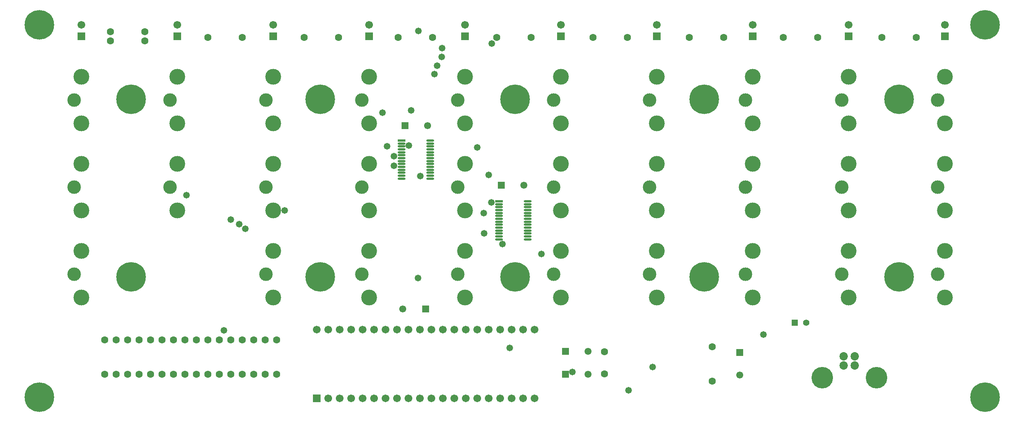
<source format=gts>
%FSLAX23Y23*%
%MOIN*%
G70*
G01*
G75*
%ADD10R,0.059X0.012*%
%ADD11O,0.059X0.012*%
%ADD12C,0.010*%
%ADD13C,0.250*%
%ADD14C,0.110*%
%ADD15C,0.130*%
%ADD16C,0.055*%
%ADD17R,0.059X0.059*%
%ADD18C,0.059*%
%ADD19R,0.053X0.053*%
%ADD20C,0.053*%
%ADD21C,0.047*%
%ADD22R,0.047X0.047*%
%ADD23R,0.059X0.059*%
%ADD24C,0.059*%
%ADD25C,0.065*%
%ADD26C,0.180*%
%ADD27C,0.050*%
%ADD28C,0.008*%
%ADD29C,0.006*%
%ADD30R,0.067X0.020*%
%ADD31O,0.067X0.020*%
%ADD32C,0.258*%
%ADD33C,0.118*%
%ADD34C,0.138*%
%ADD35C,0.063*%
%ADD36R,0.067X0.067*%
%ADD37C,0.067*%
%ADD38R,0.061X0.061*%
%ADD39C,0.061*%
%ADD40C,0.055*%
%ADD41R,0.055X0.055*%
%ADD42R,0.067X0.067*%
%ADD43C,0.067*%
%ADD44C,0.073*%
%ADD45C,0.188*%
%ADD46C,0.058*%
D30*
X4410Y3490D02*
D03*
X5260Y2960D02*
D03*
D31*
X4410Y3464D02*
D03*
Y3439D02*
D03*
Y3413D02*
D03*
Y3388D02*
D03*
Y3362D02*
D03*
Y3336D02*
D03*
Y3311D02*
D03*
Y3285D02*
D03*
Y3260D02*
D03*
Y3234D02*
D03*
Y3209D02*
D03*
Y3183D02*
D03*
Y3157D02*
D03*
X4663Y3490D02*
D03*
Y3464D02*
D03*
Y3439D02*
D03*
Y3413D02*
D03*
Y3388D02*
D03*
Y3362D02*
D03*
Y3336D02*
D03*
Y3311D02*
D03*
Y3285D02*
D03*
Y3260D02*
D03*
Y3234D02*
D03*
Y3209D02*
D03*
Y3183D02*
D03*
Y3157D02*
D03*
X5513Y2627D02*
D03*
Y2653D02*
D03*
Y2679D02*
D03*
Y2704D02*
D03*
Y2730D02*
D03*
Y2755D02*
D03*
Y2781D02*
D03*
Y2806D02*
D03*
Y2832D02*
D03*
Y2858D02*
D03*
Y2883D02*
D03*
Y2909D02*
D03*
Y2934D02*
D03*
Y2960D02*
D03*
X5260Y2627D02*
D03*
Y2653D02*
D03*
Y2679D02*
D03*
Y2704D02*
D03*
Y2730D02*
D03*
Y2755D02*
D03*
Y2781D02*
D03*
Y2806D02*
D03*
Y2832D02*
D03*
Y2858D02*
D03*
Y2883D02*
D03*
Y2909D02*
D03*
Y2934D02*
D03*
D32*
X1250Y1250D02*
D03*
X2050Y2300D02*
D03*
X3700D02*
D03*
X5400D02*
D03*
X2050Y3850D02*
D03*
X3700D02*
D03*
X1250Y4500D02*
D03*
X5400Y3850D02*
D03*
X7050Y2300D02*
D03*
X9500Y1250D02*
D03*
X8750Y2300D02*
D03*
X7050Y3850D02*
D03*
X8750D02*
D03*
X9500Y4500D02*
D03*
D33*
X2391Y3083D02*
D03*
X1554Y2323D02*
D03*
Y3083D02*
D03*
X6576D02*
D03*
X3228D02*
D03*
X7413D02*
D03*
X4065D02*
D03*
X8250D02*
D03*
X4902D02*
D03*
X9087D02*
D03*
X5739D02*
D03*
X3228Y2323D02*
D03*
X4065D02*
D03*
X4902D02*
D03*
X5739D02*
D03*
X6576D02*
D03*
X7413D02*
D03*
X8250D02*
D03*
X9087D02*
D03*
Y3843D02*
D03*
X8250D02*
D03*
X7413D02*
D03*
X6576D02*
D03*
X5739D02*
D03*
X4902D02*
D03*
X4065D02*
D03*
X3228D02*
D03*
X1554D02*
D03*
X2391D02*
D03*
D34*
X2454Y3286D02*
D03*
Y2880D02*
D03*
X1617Y2526D02*
D03*
Y2120D02*
D03*
Y3286D02*
D03*
Y2880D02*
D03*
X6639Y3286D02*
D03*
Y2880D02*
D03*
X3291Y3286D02*
D03*
Y2880D02*
D03*
X7476Y3286D02*
D03*
Y2880D02*
D03*
X4128Y3286D02*
D03*
Y2880D02*
D03*
X8313Y3286D02*
D03*
Y2880D02*
D03*
X4965Y3286D02*
D03*
Y2880D02*
D03*
X9150Y3286D02*
D03*
Y2880D02*
D03*
X5802Y3286D02*
D03*
Y2880D02*
D03*
X3291Y2526D02*
D03*
Y2120D02*
D03*
X4128Y2526D02*
D03*
Y2120D02*
D03*
X4965Y2526D02*
D03*
Y2120D02*
D03*
X5802Y2526D02*
D03*
Y2120D02*
D03*
X6639Y2526D02*
D03*
Y2120D02*
D03*
X7476Y2526D02*
D03*
Y2120D02*
D03*
X8313Y2526D02*
D03*
Y2120D02*
D03*
X9150Y2526D02*
D03*
Y2120D02*
D03*
Y3640D02*
D03*
Y4046D02*
D03*
X8313Y3640D02*
D03*
Y4046D02*
D03*
X7476Y3640D02*
D03*
Y4046D02*
D03*
X6639Y3640D02*
D03*
Y4046D02*
D03*
X5802Y3640D02*
D03*
Y4046D02*
D03*
X4965Y3640D02*
D03*
Y4046D02*
D03*
X4128Y3640D02*
D03*
Y4046D02*
D03*
X3291Y3640D02*
D03*
Y4046D02*
D03*
X1617Y3640D02*
D03*
Y4046D02*
D03*
X2454Y3640D02*
D03*
Y4046D02*
D03*
D35*
X1870Y4440D02*
D03*
X2170D02*
D03*
X1870Y4360D02*
D03*
X2170D02*
D03*
X2720Y4390D02*
D03*
X3020D02*
D03*
X3560D02*
D03*
X3860D02*
D03*
X4380D02*
D03*
X4680D02*
D03*
X5240D02*
D03*
X5540D02*
D03*
X6080D02*
D03*
X6380D02*
D03*
X6920D02*
D03*
X7220D02*
D03*
X7740D02*
D03*
X8040D02*
D03*
X8600D02*
D03*
X8900D02*
D03*
X6180Y1646D02*
D03*
Y1454D02*
D03*
X7120Y1690D02*
D03*
Y1390D02*
D03*
X2620Y1750D02*
D03*
Y1450D02*
D03*
X2720Y1750D02*
D03*
Y1450D02*
D03*
X2820Y1750D02*
D03*
Y1450D02*
D03*
X2920Y1750D02*
D03*
Y1450D02*
D03*
X3020Y1750D02*
D03*
Y1450D02*
D03*
X3120Y1750D02*
D03*
Y1450D02*
D03*
X3220Y1750D02*
D03*
Y1450D02*
D03*
X3320Y1750D02*
D03*
Y1450D02*
D03*
X2520D02*
D03*
Y1750D02*
D03*
X2420Y1450D02*
D03*
Y1750D02*
D03*
X2320Y1450D02*
D03*
Y1750D02*
D03*
X2220Y1450D02*
D03*
Y1750D02*
D03*
X2120Y1450D02*
D03*
Y1750D02*
D03*
X2020Y1450D02*
D03*
Y1750D02*
D03*
X1920Y1450D02*
D03*
Y1750D02*
D03*
X1820Y1450D02*
D03*
Y1750D02*
D03*
D36*
X1617Y4400D02*
D03*
X2454D02*
D03*
X3291D02*
D03*
X4128D02*
D03*
X4965D02*
D03*
X5802D02*
D03*
X6639D02*
D03*
X7476D02*
D03*
X8313D02*
D03*
X9150D02*
D03*
D37*
X1617Y4500D02*
D03*
X2454D02*
D03*
X3291D02*
D03*
X4128D02*
D03*
X4965D02*
D03*
X5802D02*
D03*
X6639D02*
D03*
X7476D02*
D03*
X8313D02*
D03*
X9150D02*
D03*
D38*
X5840Y1650D02*
D03*
Y1450D02*
D03*
X7360Y1640D02*
D03*
X4440Y3620D02*
D03*
X5280Y3100D02*
D03*
X4620Y2020D02*
D03*
D39*
X6037Y1650D02*
D03*
Y1450D02*
D03*
X7360Y1443D02*
D03*
X4637Y3620D02*
D03*
X5477Y3100D02*
D03*
X4423Y2020D02*
D03*
D40*
X7940Y1900D02*
D03*
D41*
X7840D02*
D03*
D42*
X3670Y1240D02*
D03*
D43*
X3770D02*
D03*
X3870D02*
D03*
X3970D02*
D03*
X4070D02*
D03*
X4170D02*
D03*
X4270D02*
D03*
X4370D02*
D03*
X4470D02*
D03*
X4570D02*
D03*
X4670D02*
D03*
X4770D02*
D03*
X4870D02*
D03*
X4970D02*
D03*
X5070D02*
D03*
X5170D02*
D03*
X5270D02*
D03*
X5370D02*
D03*
X5470D02*
D03*
X5570D02*
D03*
X3670Y1840D02*
D03*
X3770D02*
D03*
X3870D02*
D03*
X3970D02*
D03*
X4070D02*
D03*
X4170D02*
D03*
X4270D02*
D03*
X4370D02*
D03*
X4470D02*
D03*
X4570D02*
D03*
X4670D02*
D03*
X4770D02*
D03*
X4870D02*
D03*
X4970D02*
D03*
X5070D02*
D03*
X5170D02*
D03*
X5270D02*
D03*
X5370D02*
D03*
X5470D02*
D03*
X5570D02*
D03*
D44*
X8366Y1527D02*
D03*
X8366Y1605D02*
D03*
X8268D02*
D03*
Y1527D02*
D03*
D45*
X8554Y1420D02*
D03*
X8080D02*
D03*
D46*
X4557Y4445D02*
D03*
X4720Y4144D02*
D03*
X4699Y4069D02*
D03*
X4760Y4219D02*
D03*
X5199Y4336D02*
D03*
X4764Y4295D02*
D03*
X5902Y1470D02*
D03*
X4286Y3439D02*
D03*
X4246Y3732D02*
D03*
X4475Y3447D02*
D03*
X4346Y3352D02*
D03*
Y3270D02*
D03*
X4495Y3752D02*
D03*
X3391Y2881D02*
D03*
X2860Y1833D02*
D03*
X2920Y2800D02*
D03*
X5355Y1680D02*
D03*
X5291Y2587D02*
D03*
X6391Y1309D02*
D03*
X2995Y2760D02*
D03*
X6602Y1512D02*
D03*
X3047Y2720D02*
D03*
X7569Y1795D02*
D03*
X5130Y2680D02*
D03*
X5128Y2858D02*
D03*
X5195Y2949D02*
D03*
X4556Y2290D02*
D03*
X4576Y3181D02*
D03*
X5633Y2500D02*
D03*
X2534Y3012D02*
D03*
X5170Y3189D02*
D03*
X5070Y3431D02*
D03*
M02*

</source>
